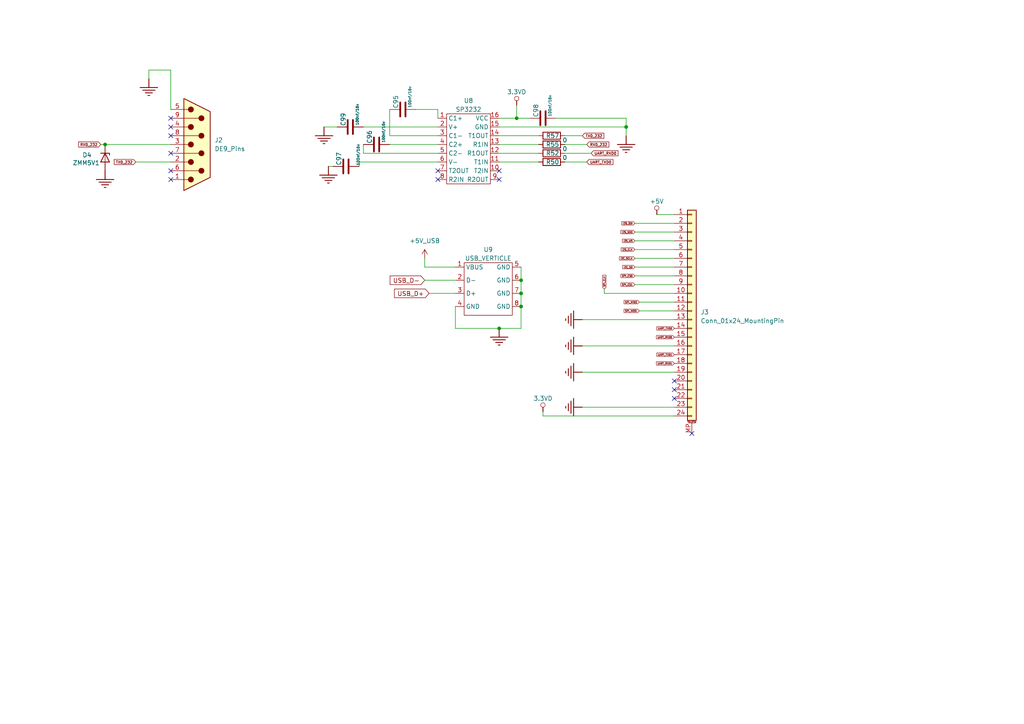
<source format=kicad_sch>
(kicad_sch (version 20250114) (generator "eeschema") (generator_version "9.0")
  (paper "A4")
  (lib_symbols
    (symbol "Connector:DE9_Pins" (pin_names (offset 1.016) (hide yes))
      (property "Reference" "J" (at 0 13.97 0))
      (property "Value" "DE9_Pins" (at 0 -14.605 0))
      (symbol "DE9_Pins_0_1"
        (polyline (pts (xy -3.81 10.16) (xy -2.54 10.16)))
        (polyline (pts (xy -3.81 7.62) (xy 0.508 7.62)))
        (polyline (pts (xy -3.81 5.08) (xy -2.54 5.08)))
        (polyline (pts (xy -3.81 2.54) (xy 0.508 2.54)))
        (polyline (pts (xy -3.81 0) (xy -2.54 0)))
        (polyline (pts (xy -3.81 -2.54) (xy 0.508 -2.54)))
        (polyline (pts (xy -3.81 -5.08) (xy -2.54 -5.08)))
        (polyline (pts (xy -3.81 -7.62) (xy 0.508 -7.62)))
        (polyline (pts (xy -3.81 -10.16) (xy -2.54 -10.16)))
        (polyline (pts (xy -3.81 -13.335) (xy -3.81 13.335) (xy 3.81 9.525) (xy 3.81 -9.525) (xy -3.81 -13.335)) (stroke (width 0.254)) (fill (type background)))
        (circle (center -1.778 10.16) (radius 0.762) (fill (type outline)))
        (circle (center -1.778 5.08) (radius 0.762) (fill (type outline)))
        (circle (center -1.778 0) (radius 0.762) (fill (type outline)))
        (circle (center -1.778 -5.08) (radius 0.762) (fill (type outline)))
        (circle (center -1.778 -10.16) (radius 0.762) (fill (type outline)))
        (circle (center 1.27 7.62) (radius 0.762) (fill (type outline)))
        (circle (center 1.27 2.54) (radius 0.762) (fill (type outline)))
        (circle (center 1.27 -2.54) (radius 0.762) (fill (type outline)))
        (circle (center 1.27 -7.62) (radius 0.762) (fill (type outline)))
      )
      (symbol "DE9_Pins_1_1"
        (pin passive line (at -7.62 10.16 0) (length 3.81) (name "5") (number "5"))
        (pin passive line (at -7.62 7.62 0) (length 3.81) (name "9") (number "9"))
        (pin passive line (at -7.62 5.08 0) (length 3.81) (name "4") (number "4"))
        (pin passive line (at -7.62 2.54 0) (length 3.81) (name "8") (number "8"))
        (pin passive line (at -7.62 0 0) (length 3.81) (name "3") (number "3"))
        (pin passive line (at -7.62 -2.54 0) (length 3.81) (name "7") (number "7"))
        (pin passive line (at -7.62 -5.08 0) (length 3.81) (name "2") (number "2"))
        (pin passive line (at -7.62 -7.62 0) (length 3.81) (name "6") (number "6"))
        (pin passive line (at -7.62 -10.16 0) (length 3.81) (name "1") (number "1"))
      )
    )
    (symbol "Connector_Generic_MountingPin:Conn_01x24_MountingPin" (pin_names (offset 1.016) (hide yes))
      (property "Reference" "J" (at 0 30.48 0))
      (property "Value" "Conn_01x24_MountingPin" (at 1.27 -33.02 0))
      (symbol "Conn_01x24_MountingPin_1_1"
        (rectangle (start -1.27 29.21) (end 1.27 -31.75) (stroke (width 0.254)) (fill (type background)))
        (rectangle (start -1.27 28.067) (end 0 27.813) (stroke (width 0.1524)))
        (rectangle (start -1.27 25.527) (end 0 25.273) (stroke (width 0.1524)))
        (rectangle (start -1.27 22.987) (end 0 22.733) (stroke (width 0.1524)))
        (rectangle (start -1.27 20.447) (end 0 20.193) (stroke (width 0.1524)))
        (rectangle (start -1.27 17.907) (end 0 17.653) (stroke (width 0.1524)))
        (rectangle (start -1.27 15.367) (end 0 15.113) (stroke (width 0.1524)))
        (rectangle (start -1.27 12.827) (end 0 12.573) (stroke (width 0.1524)))
        (rectangle (start -1.27 10.287) (end 0 10.033) (stroke (width 0.1524)))
        (rectangle (start -1.27 7.747) (end 0 7.493) (stroke (width 0.1524)))
        (rectangle (start -1.27 5.207) (end 0 4.953) (stroke (width 0.1524)))
        (rectangle (start -1.27 2.667) (end 0 2.413) (stroke (width 0.1524)))
        (rectangle (start -1.27 0.127) (end 0 -0.127) (stroke (width 0.1524)))
        (rectangle (start -1.27 -2.413) (end 0 -2.667) (stroke (width 0.1524)))
        (rectangle (start -1.27 -4.953) (end 0 -5.207) (stroke (width 0.1524)))
        (rectangle (start -1.27 -7.493) (end 0 -7.747) (stroke (width 0.1524)))
        (rectangle (start -1.27 -10.033) (end 0 -10.287) (stroke (width 0.1524)))
        (rectangle (start -1.27 -12.573) (end 0 -12.827) (stroke (width 0.1524)))
        (rectangle (start -1.27 -15.113) (end 0 -15.367) (stroke (width 0.1524)))
        (rectangle (start -1.27 -17.653) (end 0 -17.907) (stroke (width 0.1524)))
        (rectangle (start -1.27 -20.193) (end 0 -20.447) (stroke (width 0.1524)))
        (rectangle (start -1.27 -22.733) (end 0 -22.987) (stroke (width 0.1524)))
        (rectangle (start -1.27 -25.273) (end 0 -25.527) (stroke (width 0.1524)))
        (rectangle (start -1.27 -27.813) (end 0 -28.067) (stroke (width 0.1524)))
        (rectangle (start -1.27 -30.353) (end 0 -30.607) (stroke (width 0.1524)))
        (polyline (pts (xy -1.016 -32.512) (xy 1.016 -32.512)) (stroke (width 0.1524)))
        (text "Mounting" (at 0 -32.131 0) (effects (font (size 0.381 0.381))))
        (pin passive line (at -5.08 27.94 0) (length 3.81) (name "Pin_1") (number "1"))
        (pin passive line (at -5.08 25.4 0) (length 3.81) (name "Pin_2") (number "2"))
        (pin passive line (at -5.08 22.86 0) (length 3.81) (name "Pin_3") (number "3"))
        (pin passive line (at -5.08 20.32 0) (length 3.81) (name "Pin_4") (number "4"))
        (pin passive line (at -5.08 17.78 0) (length 3.81) (name "Pin_5") (number "5"))
        (pin passive line (at -5.08 15.24 0) (length 3.81) (name "Pin_6") (number "6"))
        (pin passive line (at -5.08 12.7 0) (length 3.81) (name "Pin_7") (number "7"))
        (pin passive line (at -5.08 10.16 0) (length 3.81) (name "Pin_8") (number "8"))
        (pin passive line (at -5.08 7.62 0) (length 3.81) (name "Pin_9") (number "9"))
        (pin passive line (at -5.08 5.08 0) (length 3.81) (name "Pin_10") (number "10"))
        (pin passive line (at -5.08 2.54 0) (length 3.81) (name "Pin_11") (number "11"))
        (pin passive line (at -5.08 0 0) (length 3.81) (name "Pin_12") (number "12"))
        (pin passive line (at -5.08 -2.54 0) (length 3.81) (name "Pin_13") (number "13"))
        (pin passive line (at -5.08 -5.08 0) (length 3.81) (name "Pin_14") (number "14"))
        (pin passive line (at -5.08 -7.62 0) (length 3.81) (name "Pin_15") (number "15"))
        (pin passive line (at -5.08 -10.16 0) (length 3.81) (name "Pin_16") (number "16"))
        (pin passive line (at -5.08 -12.7 0) (length 3.81) (name "Pin_17") (number "17"))
        (pin passive line (at -5.08 -15.24 0) (length 3.81) (name "Pin_18") (number "18"))
        (pin passive line (at -5.08 -17.78 0) (length 3.81) (name "Pin_19") (number "19"))
        (pin passive line (at -5.08 -20.32 0) (length 3.81) (name "Pin_20") (number "20"))
        (pin passive line (at -5.08 -22.86 0) (length 3.81) (name "Pin_21") (number "21"))
        (pin passive line (at -5.08 -25.4 0) (length 3.81) (name "Pin_22") (number "22"))
        (pin passive line (at -5.08 -27.94 0) (length 3.81) (name "Pin_23") (number "23"))
        (pin passive line (at -5.08 -30.48 0) (length 3.81) (name "Pin_24") (number "24"))
        (pin passive line (at 0 -35.56 90) (length 3.048) (name "MountPin") (number "MP"))
      )
    )
    (symbol "Device:C" (pin_numbers (hide yes)) (pin_names (offset 0.254))
      (property "Reference" "C" (at 0.635 2.54 0))
      (property "Value" "C" (at 0.635 -2.54 0))
      (symbol "C_0_1"
        (polyline (pts (xy -2.032 0.762) (xy 2.032 0.762)) (stroke (width 0.508)))
        (polyline (pts (xy -2.032 -0.762) (xy 2.032 -0.762)) (stroke (width 0.508)))
      )
      (symbol "C_1_1"
        (pin passive line (at 0 3.81 270) (length 2.794) (name "~") (number "1"))
        (pin passive line (at 0 -3.81 90) (length 2.794) (name "~") (number "2"))
      )
    )
    (symbol "Device:R" (pin_numbers (hide yes)) (pin_names (offset 0))
      (property "Reference" "R" (at 2.032 0 90))
      (property "Value" "R" (at 0 0 90))
      (symbol "R_0_1"
        (rectangle (start -1.016 -2.54) (end 1.016 2.54) (stroke (width 0.254)))
      )
      (symbol "R_1_1"
        (pin passive line (at 0 3.81 270) (length 1.27) (name "~") (number "1"))
        (pin passive line (at 0 -3.81 90) (length 1.27) (name "~") (number "2"))
      )
    )
    (symbol "Diode:ZMMxx" (pin_numbers (hide yes)) (pin_names (hide yes))
      (property "Reference" "D" (at 0 2.54 0))
      (property "Value" "ZMMxx" (at 0 -2.54 0))
      (symbol "ZMMxx_0_1"
        (polyline (pts (xy -1.27 -1.27) (xy -1.27 1.27) (xy -0.762 1.27)) (stroke (width 0.254)))
        (polyline (pts (xy 1.27 0) (xy -1.27 0)))
        (polyline (pts (xy 1.27 -1.27) (xy 1.27 1.27) (xy -1.27 0) (xy 1.27 -1.27)) (stroke (width 0.254)))
      )
      (symbol "ZMMxx_1_1"
        (pin passive line (at -3.81 0 0) (length 2.54) (name "K") (number "1"))
        (pin passive line (at 3.81 0 180) (length 2.54) (name "A") (number "2"))
      )
    )
    (symbol "MT7688AN_Power-altium-import:3.3VD_CIRCLE" (power)
      (property "Value" "3.3VD" (at 0 -3.81 0))
      (symbol "3.3VD_CIRCLE_0_0"
        (polyline (pts (xy 0 0) (xy 0 -1.27)) (stroke (width 0.254)))
        (circle (center 0 -1.905) (radius 0.635) (stroke (width 0.127)))
        (pin power_in line (at 0 0 0) (length 0) (hide yes) (name "3.3VD") (number ""))
      )
    )
    (symbol "MT7688AN_Power-altium-import:GND_POWER_GROUND" (power)
      (property "Value" "GND" (at 0 -6.35 0))
      (symbol "GND_POWER_GROUND_0_0"
        (polyline (pts (xy -2.54 -2.54) (xy 2.54 -2.54)) (stroke (width 0.254)))
        (polyline (pts (xy -1.778 -3.302) (xy 1.778 -3.302)) (stroke (width 0.254)))
        (polyline (pts (xy -1.016 -4.064) (xy 1.016 -4.064)) (stroke (width 0.254)))
        (polyline (pts (xy -0.254 -4.826) (xy 0.254 -4.826)) (stroke (width 0.254)))
        (polyline (pts (xy 0 0) (xy 0 -2.54)) (stroke (width 0.254)))
        (pin power_in line (at 0 0 0) (length 0) (hide yes) (name "GND") (number ""))
      )
    )
    (symbol "MT7688AN_Power-altium-import:SOC_1.2VD_MT7688_CIRCLE" (power)
      (property "Value" "SOC_1.2VD_MT7688" (at 0 -3.81 0))
      (symbol "SOC_1.2VD_MT7688_CIRCLE_0_0"
        (polyline (pts (xy 0 0) (xy 0 -1.27)) (stroke (width 0.254)))
        (circle (center 0 -1.905) (radius 0.635) (stroke (width 0.127)))
        (pin power_in line (at 0 0 0) (length 0) (hide yes) (name "SOC_1.2VD_MT7688") (number ""))
      )
    )
    (symbol "USB:USB_verticle"
      (property "Reference" "U" (at 0 3.556 0))
      (symbol "USB_verticle_0_1"
        (rectangle (start -2.54 2.54) (end 11.43 -12.7))
      )
      (symbol "USB_verticle_1_1"
        (pin input line (at -5.08 1.27 0) (length 2.54) (name "VBUS") (number "1"))
        (pin input line (at -5.08 -2.54 0) (length 2.54) (name "D-") (number "2"))
        (pin input line (at -5.08 -6.35 0) (length 2.54) (name "D+") (number "3"))
        (pin input line (at -5.08 -10.16 0) (length 2.54) (name "GND") (number "4"))
        (pin input line (at 13.97 1.27 180) (length 2.54) (name "GND") (number "5"))
        (pin input line (at 13.97 -2.54 180) (length 2.54) (name "GND") (number "6"))
        (pin input line (at 13.97 -6.35 180) (length 2.54) (name "GND") (number "7"))
        (pin input line (at 13.97 -10.16 180) (length 2.54) (name "GND") (number "8"))
      )
    )
    (symbol "power:+5V" (power) (pin_numbers (hide yes)) (pin_names (offset 0) (hide yes))
      (property "Value" "+5V" (at 0 3.556 0))
      (symbol "+5V_0_1"
        (polyline (pts (xy -0.762 1.27) (xy 0 2.54)))
        (polyline (pts (xy 0 2.54) (xy 0.762 1.27)))
        (polyline (pts (xy 0 0) (xy 0 2.54)))
      )
      (symbol "+5V_1_1"
        (pin power_in line (at 0 0 90) (length 0) (name "~") (number "1"))
      )
    )
    (symbol "sp3232:SP3232"
      (property "Reference" "U" (at 0 4.318 0))
      (symbol "SP3232_0_1"
        (rectangle (start -5.08 2.54) (end 7.62 -17.78))
      )
      (symbol "SP3232_1_1"
        (pin input line (at -7.62 1.27 0) (length 2.54) (name "C1+") (number "1"))
        (pin input line (at -7.62 -1.27 0) (length 2.54) (name "V+") (number "2"))
        (pin input line (at -7.62 -3.81 0) (length 2.54) (name "C1-") (number "3"))
        (pin input line (at -7.62 -6.35 0) (length 2.54) (name "C2+") (number "4"))
        (pin input line (at -7.62 -8.89 0) (length 2.54) (name "C2-") (number "5"))
        (pin input line (at -7.62 -11.43 0) (length 2.54) (name "V-") (number "6"))
        (pin input line (at -7.62 -13.97 0) (length 2.54) (name "T2OUT") (number "7"))
        (pin input line (at -7.62 -16.51 0) (length 2.54) (name "R2IN") (number "8"))
        (pin input line (at 10.16 1.27 180) (length 2.54) (name "VCC") (number "16"))
        (pin input line (at 10.16 -1.27 180) (length 2.54) (name "GND") (number "15"))
        (pin input line (at 10.16 -3.81 180) (length 2.54) (name "T1OUT") (number "14"))
        (pin input line (at 10.16 -6.35 180) (length 2.54) (name "R1IN") (number "13"))
        (pin input line (at 10.16 -8.89 180) (length 2.54) (name "R1OUT") (number "12"))
        (pin input line (at 10.16 -11.43 180) (length 2.54) (name "T1IN") (number "11"))
        (pin input line (at 10.16 -13.97 180) (length 2.54) (name "T2IN") (number "10"))
        (pin input line (at 10.16 -16.51 180) (length 2.54) (name "R2OUT") (number "9"))
      )
    )
  )
  (junction (at 151.13 85.09))
  (junction (at 149.86 34.29))
  (junction (at 151.13 88.9))
  (junction (at 30.48 41.91))
  (junction (at 181.61 36.83))
  (junction (at 144.78 95.25))
  (junction (at 151.13 81.28))
  (no_connect (at 49.53 52.07))
  (no_connect (at 195.58 113.03))
  (no_connect (at 127 52.07))
  (no_connect (at 144.78 49.53))
  (no_connect (at 49.53 36.83))
  (no_connect (at 144.78 52.07))
  (no_connect (at 127 49.53))
  (no_connect (at 49.53 39.37))
  (no_connect (at 195.58 115.57))
  (no_connect (at 49.53 49.53))
  (no_connect (at 195.58 110.49))
  (no_connect (at 49.53 34.29))
  (no_connect (at 49.53 44.45))
  (no_connect (at 200.66 125.73))
  (wire (pts (xy 29.21 41.91) (xy 30.48 41.91)))
  (wire (pts (xy 156.21 41.91) (xy 144.78 41.91)))
  (wire (pts (xy 190.5 62.23) (xy 195.58 62.23)))
  (wire (pts (xy 184.15 77.47) (xy 195.58 77.47)))
  (wire (pts (xy 175.26 83.82) (xy 175.26 85.09)))
  (wire (pts (xy 168.91 92.71) (xy 195.58 92.71)))
  (wire (pts (xy 168.91 100.33) (xy 195.58 100.33)))
  (wire (pts (xy 175.26 85.09) (xy 195.58 85.09)))
  (wire (pts (xy 168.91 39.37) (xy 163.83 39.37)))
  (wire (pts (xy 151.13 85.09) (xy 151.13 88.9)))
  (wire (pts (xy 184.15 64.77) (xy 195.58 64.77)))
  (wire (pts (xy 127 46.99) (xy 104.14 46.99)))
  (wire (pts (xy 151.13 81.28) (xy 151.13 85.09)))
  (wire (pts (xy 171.45 44.45) (xy 163.83 44.45)))
  (wire (pts (xy 185.42 90.17) (xy 195.58 90.17)))
  (wire (pts (xy 104.14 46.99) (xy 104.14 48.26)))
  (wire (pts (xy 132.08 77.47) (xy 123.19 77.47)))
  (wire (pts (xy 132.08 95.25) (xy 144.78 95.25)))
  (wire (pts (xy 105.41 41.91) (xy 105.41 44.45)))
  (wire (pts (xy 184.15 72.39) (xy 195.58 72.39)))
  (wire (pts (xy 156.21 44.45) (xy 144.78 44.45)))
  (wire (pts (xy 184.15 69.85) (xy 195.58 69.85)))
  (wire (pts (xy 113.03 39.37) (xy 127 39.37)))
  (wire (pts (xy 184.15 82.55) (xy 195.58 82.55)))
  (wire (pts (xy 132.08 88.9) (xy 132.08 95.25)))
  (wire (pts (xy 161.29 34.29) (xy 181.61 34.29)))
  (wire (pts (xy 181.61 39.37) (xy 181.61 36.83)))
  (wire (pts (xy 157.48 119.38) (xy 157.48 120.65)))
  (wire (pts (xy 123.19 77.47) (xy 123.19 74.93)))
  (wire (pts (xy 127 31.75) (xy 120.65 31.75)))
  (wire (pts (xy 170.18 41.91) (xy 163.83 41.91)))
  (wire (pts (xy 127 34.29) (xy 127 31.75)))
  (wire (pts (xy 151.13 77.47) (xy 151.13 81.28)))
  (wire (pts (xy 43.18 20.32) (xy 43.18 22.86)))
  (wire (pts (xy 127 36.83) (xy 105.41 36.83)))
  (wire (pts (xy 184.15 80.01) (xy 195.58 80.01)))
  (wire (pts (xy 95.25 48.26) (xy 96.52 48.26)))
  (wire (pts (xy 185.42 87.63) (xy 195.58 87.63)))
  (wire (pts (xy 153.67 34.29) (xy 149.86 34.29)))
  (wire (pts (xy 168.91 118.11) (xy 195.58 118.11)))
  (wire (pts (xy 93.98 36.83) (xy 97.79 36.83)))
  (wire (pts (xy 156.21 39.37) (xy 144.78 39.37)))
  (wire (pts (xy 156.21 46.99) (xy 144.78 46.99)))
  (wire (pts (xy 113.03 31.75) (xy 113.03 39.37)))
  (wire (pts (xy 123.19 81.28) (xy 132.08 81.28)))
  (wire (pts (xy 168.91 107.95) (xy 195.58 107.95)))
  (wire (pts (xy 151.13 95.25) (xy 151.13 88.9)))
  (wire (pts (xy 170.18 46.99) (xy 163.83 46.99)))
  (wire (pts (xy 181.61 36.83) (xy 144.78 36.83)))
  (wire (pts (xy 149.86 30.48) (xy 149.86 34.29)))
  (wire (pts (xy 144.78 95.25) (xy 151.13 95.25)))
  (wire (pts (xy 124.46 85.09) (xy 132.08 85.09)))
  (wire (pts (xy 49.53 20.32) (xy 43.18 20.32)))
  (wire (pts (xy 181.61 34.29) (xy 181.61 36.83)))
  (wire (pts (xy 105.41 44.45) (xy 127 44.45)))
  (wire (pts (xy 144.78 34.29) (xy 149.86 34.29)))
  (wire (pts (xy 113.03 41.91) (xy 127 41.91)))
  (wire (pts (xy 184.15 74.93) (xy 195.58 74.93)))
  (wire (pts (xy 49.53 31.75) (xy 49.53 20.32)))
  (wire (pts (xy 184.15 67.31) (xy 195.58 67.31)))
  (wire (pts (xy 39.37 46.99) (xy 49.53 46.99)))
  (wire (pts (xy 157.48 120.65) (xy 195.58 120.65)))
  (wire (pts (xy 30.48 41.91) (xy 49.53 41.91)))
  (global_label "USB_D-" (shape input) (at 123.19 81.28 180) (property "Intersheetrefs" "${INTERSHEET_REFS}" (effects (hide yes))))
  (global_label "USB_D+" (shape input) (at 124.46 85.09 180) (property "Intersheetrefs" "${INTERSHEET_REFS}" (effects (hide yes))))
  (global_label "UART_TXD0" (shape input) (at 170.18 46.99 0) (effects (font (size 0.762 0.762))) (property "Intersheetrefs" "${INTERSHEET_REFS}" (effects (hide yes))))
  (global_label "UART_TXD0" (shape input) (at 195.58 95.25 180) (effects (font (size 0.508 0.508))) (property "Intersheetrefs" "${INTERSHEET_REFS}" (effects (hide yes))))
  (global_label "UART_RXD0" (shape input) (at 195.58 97.79 180) (effects (font (size 0.508 0.508))) (property "Intersheetrefs" "${INTERSHEET_REFS}" (effects (hide yes))))
  (global_label "I2S_WS" (shape input) (at 184.15 69.85 180) (effects (font (size 0.508 0.508))) (property "Intersheetrefs" "${INTERSHEET_REFS}" (effects (hide yes))))
  (global_label "SPI_CS1" (shape input) (at 184.15 82.55 180) (effects (font (size 0.508 0.508))) (property "Intersheetrefs" "${INTERSHEET_REFS}" (effects (hide yes))))
  (global_label "RX0_232" (shape input) (at 29.21 41.91 180) (effects (font (size 0.762 0.762))) (property "Intersheetrefs" "${INTERSHEET_REFS}" (effects (hide yes))))
  (global_label "I2C_SD" (shape input) (at 184.15 77.47 180) (effects (font (size 0.508 0.508))) (property "Intersheetrefs" "${INTERSHEET_REFS}" (effects (hide yes))))
  (global_label "I2S_SDO" (shape input) (at 184.15 67.31 180) (effects (font (size 0.508 0.508))) (property "Intersheetrefs" "${INTERSHEET_REFS}" (effects (hide yes))))
  (global_label "UART_TXD1" (shape input) (at 195.58 102.87 180) (effects (font (size 0.508 0.508))) (property "Intersheetrefs" "${INTERSHEET_REFS}" (effects (hide yes))))
  (global_label "TX0_232" (shape input) (at 168.91 39.37 0) (effects (font (size 0.762 0.762))) (property "Intersheetrefs" "${INTERSHEET_REFS}" (effects (hide yes))))
  (global_label "RX0_232" (shape input) (at 170.18 41.91 0) (effects (font (size 0.762 0.762))) (property "Intersheetrefs" "${INTERSHEET_REFS}" (effects (hide yes))))
  (global_label "UART_RXD0" (shape input) (at 171.45 44.45 0) (effects (font (size 0.762 0.762))) (property "Intersheetrefs" "${INTERSHEET_REFS}" (effects (hide yes))))
  (global_label "I2S_CLK" (shape input) (at 184.15 72.39 180) (effects (font (size 0.508 0.508))) (property "Intersheetrefs" "${INTERSHEET_REFS}" (effects (hide yes))))
  (global_label "UART_RXD1" (shape input) (at 195.58 105.41 180) (effects (font (size 0.508 0.508))) (property "Intersheetrefs" "${INTERSHEET_REFS}" (effects (hide yes))))
  (global_label "TX0_232" (shape input) (at 39.37 46.99 180) (effects (font (size 0.762 0.762))) (property "Intersheetrefs" "${INTERSHEET_REFS}" (effects (hide yes))))
  (global_label "SPI_MOSI" (shape input) (at 185.42 90.17 180) (effects (font (size 0.508 0.508))) (property "Intersheetrefs" "${INTERSHEET_REFS}" (effects (hide yes))))
  (global_label "I2S_SDI" (shape input) (at 184.15 64.77 180) (effects (font (size 0.508 0.508))) (property "Intersheetrefs" "${INTERSHEET_REFS}" (effects (hide yes))))
  (global_label "SPI_CLK" (shape input) (at 175.26 83.82 90) (effects (font (size 0.508 0.508))) (property "Intersheetrefs" "${INTERSHEET_REFS}" (effects (hide yes))))
  (global_label "I2C_SCLK" (shape input) (at 184.15 74.93 180) (effects (font (size 0.508 0.508))) (property "Intersheetrefs" "${INTERSHEET_REFS}" (effects (hide yes))))
  (global_label "SPI_MISO" (shape input) (at 185.42 87.63 180) (effects (font (size 0.508 0.508))) (property "Intersheetrefs" "${INTERSHEET_REFS}" (effects (hide yes))))
  (global_label "SPI_CS0" (shape input) (at 184.15 80.01 180) (effects (font (size 0.508 0.508))) (property "Intersheetrefs" "${INTERSHEET_REFS}" (effects (hide yes))))
  (symbol (lib_id "Connector:DE9_Pins") (at 57.15 41.91 0) (unit 1)
    (property "Reference" "J2" (at 62.23 40.6399 0) (effects (justify left)))
    (property "Value" "DE9_Pins" (at 62.23 43.1799 0) (effects (justify left)))
    (property "Footprint" "easyeda2kicad:HDR-TH_HL-DP9HB180F" (effects (hide yes)))
    (property "Description" "9-pin D-SUB connector, pins (male)" (effects (hide yes)))
    (property "LCSC" "C9900001049" (effects (hide yes)))
  )
  (symbol (lib_id "Device:R") (at 160.02 39.37 90) (unit 1)
    (property "Reference" "R57" (at 160.274 39.37 90))
    (property "Value" "0" (at 163.83 40.64 90))
    (property "Footprint" "Resistor_SMD:R_0402_1005Metric" (effects (hide yes)))
    (property "Description" "Resistor" (effects (hide yes)))
    (property "LCSC" "C17168" (effects (hide yes)))
  )
  (symbol (lib_id "Device:C") (at 109.22 41.91 90) (unit 1)
    (property "Reference" "C96" (at 107.188 41.656 0) (effects (justify left)))
    (property "Value" "100nf/16v" (at 111.252 41.402 0) (effects (font (size 0.762 0.762)) (justify left)))
    (property "Footprint" "Capacitor_SMD:C_0402_1005Metric" (effects (hide yes)))
    (property "Description" "Unpolarized capacitor" (effects (hide yes)))
    (property "LCSC" "C1525" (effects (hide yes)))
  )
  (symbol (lib_id "MT7688AN_Power-altium-import:GND_POWER_GROUND") (at 168.91 92.71 270) (unit 1)
    (property "Reference" "#PWR0138" (effects (hide yes)))
    (property "Value" "GND" (effects (hide yes)))
  )
  (symbol (lib_id "MT7688AN_Power-altium-import:GND_POWER_GROUND") (at 168.91 107.95 270) (unit 1)
    (property "Reference" "#PWR0140" (effects (hide yes)))
    (property "Value" "GND" (effects (hide yes)))
  )
  (symbol (lib_id "MT7688AN_Power-altium-import:GND_POWER_GROUND") (at 168.91 118.11 270) (unit 1)
    (property "Reference" "#PWR0142" (effects (hide yes)))
    (property "Value" "GND" (effects (hide yes)))
  )
  (symbol (lib_id "Device:C") (at 116.84 31.75 90) (unit 1)
    (property "Reference" "C95" (at 114.808 31.496 0) (effects (justify left)))
    (property "Value" "100nf/16v" (at 118.872 31.242 0) (effects (font (size 0.762 0.762)) (justify left)))
    (property "Footprint" "Capacitor_SMD:C_0402_1005Metric" (effects (hide yes)))
    (property "Description" "Unpolarized capacitor" (effects (hide yes)))
    (property "LCSC" "C1525" (effects (hide yes)))
  )
  (symbol (lib_id "MT7688AN_Power-altium-import:GND_POWER_GROUND") (at 168.91 100.33 270) (unit 1)
    (property "Reference" "#PWR0139" (effects (hide yes)))
    (property "Value" "GND" (effects (hide yes)))
  )
  (symbol (lib_id "MT7688AN_Power-altium-import:3.3VD_CIRCLE") (at 149.86 30.48 180) (unit 1)
    (property "Reference" "#PWR0131" (effects (hide yes)))
    (property "Value" "3.3VD" (at 149.86 26.67 0))
  )
  (symbol (lib_id "USB:USB_verticle") (at 137.16 78.74 0) (unit 1)
    (property "Reference" "U9" (at 141.605 72.39 0))
    (property "Value" "USB_VERTICLE" (at 141.605 74.93 0))
    (property "Footprint" "easyeda2kicad:USB-A-TH_USB-226-BRW" (effects (hide yes)))
    (property "LCSC" " C720524" (effects (hide yes)))
  )
  (symbol (lib_id "sp3232:SP3232") (at 134.62 35.56 0) (unit 1)
    (property "Reference" "U8" (at 135.89 29.21 0))
    (property "Value" "SP3232" (at 135.89 31.75 0))
    (property "Footprint" "easyeda2kicad:SOIC-16_L9.9-W3.9-P1.27-LS6.0-BL" (effects (hide yes)))
    (property "LCSC" "C9378" (effects (hide yes)))
  )
  (symbol (lib_id "MT7688AN_Power-altium-import:GND_POWER_GROUND") (at 181.61 39.37 0) (unit 1)
    (property "Reference" "#PWR0129" (effects (hide yes)))
    (property "Value" "GND" (effects (hide yes)))
  )
  (symbol (lib_id "Device:R") (at 160.02 41.91 90) (unit 1)
    (property "Reference" "R55" (at 160.274 41.91 90))
    (property "Value" "0" (at 163.83 43.18 90))
    (property "Footprint" "Resistor_SMD:R_0402_1005Metric" (effects (hide yes)))
    (property "Description" "Resistor" (effects (hide yes)))
    (property "LCSC" "C17168" (effects (hide yes)))
  )
  (symbol (lib_id "MT7688AN_Power-altium-import:GND_POWER_GROUND") (at 95.25 48.26 0) (unit 1)
    (property "Reference" "#PWR0130" (effects (hide yes)))
    (property "Value" "GND" (effects (hide yes)))
  )
  (symbol (lib_id "Device:R") (at 160.02 44.45 90) (unit 1)
    (property "Reference" "R52" (at 160.274 44.45 90))
    (property "Value" "0" (at 163.83 45.72 90))
    (property "Footprint" "Resistor_SMD:R_0402_1005Metric" (effects (hide yes)))
    (property "Description" "Resistor" (effects (hide yes)))
    (property "LCSC" "C17168" (effects (hide yes)))
  )
  (symbol (lib_id "MT7688AN_Power-altium-import:GND_POWER_GROUND") (at 30.48 49.53 0) (unit 1)
    (property "Reference" "#PWR0134" (effects (hide yes)))
    (property "Value" "GND" (effects (hide yes)))
  )
  (symbol (lib_id "MT7688AN_Power-altium-import:GND_POWER_GROUND") (at 144.78 95.25 0) (unit 1)
    (property "Reference" "#PWR0135" (effects (hide yes)))
    (property "Value" "GND" (effects (hide yes)))
  )
  (symbol (lib_id "power:+5V") (at 123.19 74.93 0) (unit 1)
    (property "Reference" "#PWR0136" (effects (hide yes)))
    (property "Value" "+5V_USB" (at 123.19 69.85 0))
    (property "Description" "Power symbol creates a global label with name \"+5V\"" (effects (hide yes)))
  )
  (symbol (lib_id "MT7688AN_Power-altium-import:3.3VD_CIRCLE") (at 157.48 119.38 180) (unit 1)
    (property "Reference" "#PWR0143" (effects (hide yes)))
    (property "Value" "3.3VD" (at 157.48 115.57 0))
  )
  (symbol (lib_id "Diode:ZMMxx") (at 30.48 45.72 270) (unit 1)
    (property "Reference" "D4" (at 23.876 44.958 90) (effects (justify left)))
    (property "Value" "ZMM5V1" (at 21.082 47.244 90) (effects (justify left)))
    (property "Footprint" "easyeda2kicad:LL-34_L3.5-W1.5-RD" (effects (hide yes)))
    (property "Datasheet" "https://diotec.com/tl_files/diotec/files/pdf/datasheets/zmm1.pdf" (effects (hide yes)))
    (property "Description" "500mW Zener Diode, MiniMELF" (effects (hide yes)))
    (property "LCSC" "C707194" (effects (hide yes)))
  )
  (symbol (lib_id "Device:C") (at 157.48 34.29 90) (unit 1)
    (property "Reference" "C98" (at 155.448 34.036 0) (effects (justify left)))
    (property "Value" "100nf/16v" (at 159.512 33.782 0) (effects (font (size 0.762 0.762)) (justify left)))
    (property "Footprint" "Capacitor_SMD:C_0402_1005Metric" (effects (hide yes)))
    (property "Description" "Unpolarized capacitor" (effects (hide yes)))
    (property "LCSC" "C1525" (effects (hide yes)))
  )
  (symbol (lib_id "Device:C") (at 100.33 48.26 90) (unit 1)
    (property "Reference" "C97" (at 98.298 48.006 0) (effects (justify left)))
    (property "Value" "100nf/16v" (at 103.886 48.006 0) (effects (font (size 0.762 0.762)) (justify left)))
    (property "Footprint" "Capacitor_SMD:C_0402_1005Metric" (effects (hide yes)))
    (property "Description" "Unpolarized capacitor" (effects (hide yes)))
    (property "LCSC" "C1525" (effects (hide yes)))
  )
  (symbol (lib_id "MT7688AN_Power-altium-import:SOC_1.2VD_MT7688_CIRCLE") (at 190.5 62.23 0) (mirror x) (unit 1)
    (property "Reference" "#PWR0158" (effects (hide yes)))
    (property "Value" "+5V" (at 190.5 58.42 0))
  )
  (symbol (lib_id "MT7688AN_Power-altium-import:GND_POWER_GROUND") (at 93.98 36.83 0) (unit 1)
    (property "Reference" "#PWR0132" (effects (hide yes)))
    (property "Value" "GND" (effects (hide yes)))
  )
  (symbol (lib_id "MT7688AN_Power-altium-import:GND_POWER_GROUND") (at 43.18 22.86 0) (unit 1)
    (property "Reference" "#PWR0133" (effects (hide yes)))
    (property "Value" "GND" (effects (hide yes)))
  )
  (symbol (lib_id "Connector_Generic_MountingPin:Conn_01x24_MountingPin") (at 200.66 90.17 0) (unit 1)
    (property "Reference" "J3" (at 203.2 90.5255 0) (effects (justify left)))
    (property "Value" "Conn_01x24_MountingPin" (at 203.2 93.0655 0) (effects (justify left)))
    (property "Footprint" "easyeda2kicad:HDR-TH_24P-P2.54-V-M-R2-C12-S2.54" (effects (hide yes)))
    (property "Description" "Generic connectable mounting pin connector, single row, 01x24, script generated (kicad-library-utils/schlib/autogen/connector/)" (effects (hide yes)))
    (property "LCSC" "C358700" (effects (hide yes)))
  )
  (symbol (lib_id "Device:C") (at 101.6 36.83 90) (unit 1)
    (property "Reference" "C99" (at 99.568 36.576 0) (effects (justify left)))
    (property "Value" "100nf/16v" (at 103.632 36.322 0) (effects (font (size 0.762 0.762)) (justify left)))
    (property "Footprint" "Capacitor_SMD:C_0402_1005Metric" (effects (hide yes)))
    (property "Description" "Unpolarized capacitor" (effects (hide yes)))
    (property "LCSC" "C1525" (effects (hide yes)))
  )
  (symbol (lib_id "Device:R") (at 160.02 46.99 90) (unit 1)
    (property "Reference" "R50" (at 160.274 46.99 90))
    (property "Value" "0" (effects (hide yes)))
    (property "Footprint" "Resistor_SMD:R_0402_1005Metric" (effects (hide yes)))
    (property "Description" "Resistor" (effects (hide yes)))
    (property "LCSC" "C17168" (effects (hide yes)))
  )
)
</source>
